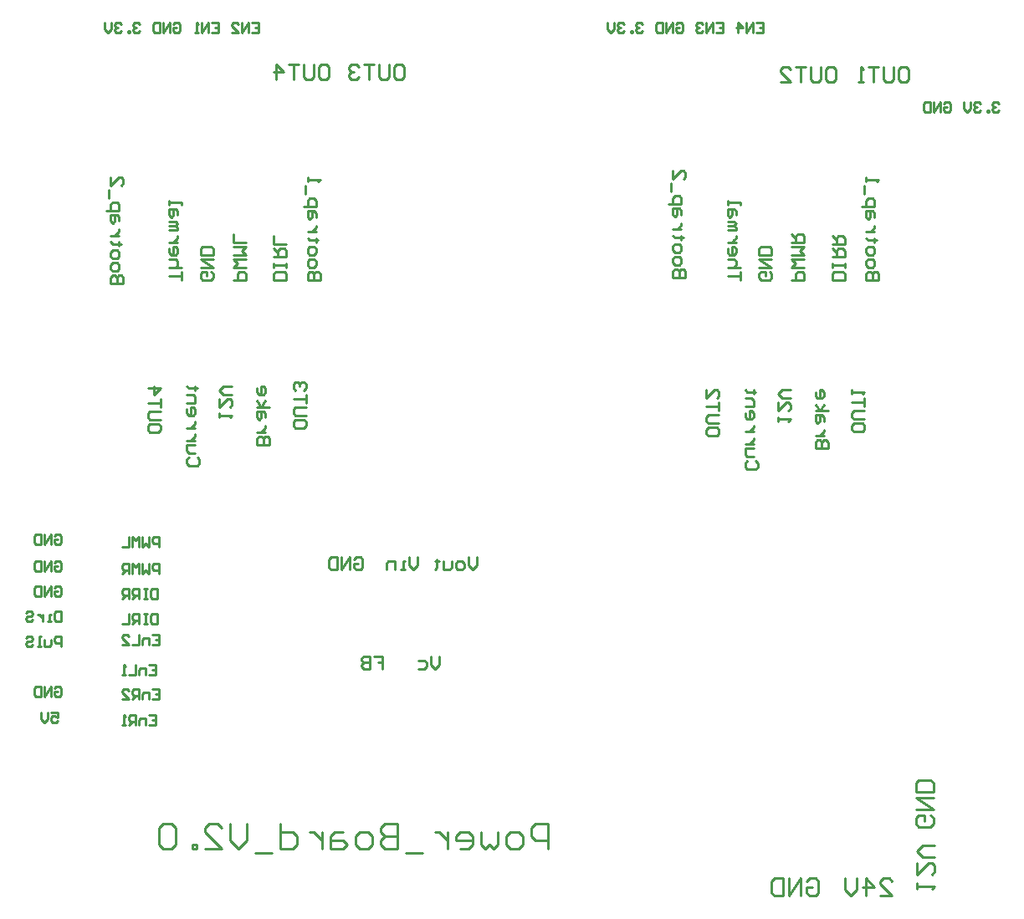
<source format=gbo>
G04*
G04 #@! TF.GenerationSoftware,Altium Limited,Altium Designer,21.3.2 (30)*
G04*
G04 Layer_Color=32896*
%FSTAX44Y44*%
%MOMM*%
G71*
G04*
G04 #@! TF.SameCoordinates,71E4571F-97C7-41C0-9591-7C9436880AE0*
G04*
G04*
G04 #@! TF.FilePolarity,Positive*
G04*
G01*
G75*
%ADD11C,0.2540*%
D11*
X00042754Y0033274D02*
Y00342897D01*
X00037676D01*
X00035983Y00341204D01*
Y00337818D01*
X00037676Y00336126D01*
X00042754D01*
X00032597Y00339511D02*
Y00334433D01*
X00030904Y0033274D01*
X00025826D01*
Y00339511D01*
X00022441Y0033274D02*
X00019055D01*
X00020748D01*
Y00342897D01*
X00022441D01*
X00007205Y00341204D02*
X00008898Y00342897D01*
X00012284D01*
X00013977Y00341204D01*
Y00339511D01*
X00012284Y00337818D01*
X00008898D01*
X00007205Y00336126D01*
Y00334433D01*
X00008898Y0033274D01*
X00012284D01*
X00013977Y00334433D01*
X00035983Y00290404D02*
X00037676Y00292097D01*
X00041061D01*
X00042754Y00290404D01*
Y00283633D01*
X00041061Y0028194D01*
X00037676D01*
X00035983Y00283633D01*
Y00287018D01*
X00039368D01*
X00032597Y0028194D02*
Y00292097D01*
X00025826Y0028194D01*
Y00292097D01*
X00022441D02*
Y0028194D01*
X00017362D01*
X00015669Y00283633D01*
Y00290404D01*
X00017362Y00292097D01*
X00022441D01*
X00042754Y00368297D02*
Y0035814D01*
X00037676D01*
X00035983Y00359833D01*
Y00366604D01*
X00037676Y00368297D01*
X00042754D01*
X00032597Y0035814D02*
X00029212D01*
X00030904D01*
Y00364911D01*
X00032597D01*
X00024133D02*
Y0035814D01*
Y00361526D01*
X00022441Y00363218D01*
X00020748Y00364911D01*
X00019055D01*
X00007205Y00366604D02*
X00008898Y00368297D01*
X00012284D01*
X00013977Y00366604D01*
Y00364911D01*
X00012284Y00363218D01*
X00008898D01*
X00007205Y00361526D01*
Y00359833D01*
X00008898Y0035814D01*
X00012284D01*
X00013977Y00359833D01*
X00035983Y00392004D02*
X00037676Y00393697D01*
X00041061D01*
X00042754Y00392004D01*
Y00385233D01*
X00041061Y0038354D01*
X00037676D01*
X00035983Y00385233D01*
Y00388618D01*
X00039368D01*
X00032597Y0038354D02*
Y00393697D01*
X00025826Y0038354D01*
Y00393697D01*
X00022441D02*
Y0038354D01*
X00017362D01*
X00015669Y00385233D01*
Y00392004D01*
X00017362Y00393697D01*
X00022441D01*
X00032599Y00265427D02*
X0003937D01*
Y00260348D01*
X00035984Y00262041D01*
X00034292D01*
X00032599Y00260348D01*
Y00256963D01*
X00034292Y0025527D01*
X00037677D01*
X0003937Y00256963D01*
X00029213Y00265427D02*
Y00258656D01*
X00025828Y0025527D01*
X00022442Y00258656D01*
Y00265427D01*
X00035983Y00417404D02*
X00037676Y00419097D01*
X00041061D01*
X00042754Y00417404D01*
Y00410633D01*
X00041061Y0040894D01*
X00037676D01*
X00035983Y00410633D01*
Y00414018D01*
X00039368D01*
X00032597Y0040894D02*
Y00419097D01*
X00025826Y0040894D01*
Y00419097D01*
X00022441D02*
Y0040894D01*
X00017362D01*
X00015669Y00410633D01*
Y00417404D01*
X00017362Y00419097D01*
X00022441D01*
X00035983Y00444074D02*
X00037676Y00445767D01*
X00041061D01*
X00042754Y00444074D01*
Y00437303D01*
X00041061Y0043561D01*
X00037676D01*
X00035983Y00437303D01*
Y00440688D01*
X00039368D01*
X00032597Y0043561D02*
Y00445767D01*
X00025826Y0043561D01*
Y00445767D01*
X00022441D02*
Y0043561D01*
X00017362D01*
X00015669Y00437303D01*
Y00444074D01*
X00017362Y00445767D01*
X00022441D01*
X0014224Y0043307D02*
Y00443227D01*
X00137162D01*
X00135469Y00441534D01*
Y00438148D01*
X00137162Y00436456D01*
X0014224D01*
X00132083Y00443227D02*
Y0043307D01*
X00128698Y00436456D01*
X00125312Y0043307D01*
Y00443227D01*
X00121927Y0043307D02*
Y00443227D01*
X00118541Y00439841D01*
X00115155Y00443227D01*
Y0043307D01*
X0011177Y00443227D02*
Y0043307D01*
X00104999D01*
X0014224Y004064D02*
Y00416557D01*
X00137162D01*
X00135469Y00414864D01*
Y00411478D01*
X00137162Y00409786D01*
X0014224D01*
X00132083Y00416557D02*
Y004064D01*
X00128698Y00409786D01*
X00125312Y004064D01*
Y00416557D01*
X00121927Y004064D02*
Y00416557D01*
X00118541Y00413171D01*
X00115155Y00416557D01*
Y004064D01*
X0011177D02*
Y00416557D01*
X00106692D01*
X00104999Y00414864D01*
Y00411478D01*
X00106692Y00409786D01*
X0011177D01*
X00108384D02*
X00104999Y004064D01*
X00140547Y00391157D02*
Y00381D01*
X00135469D01*
X00133776Y00382693D01*
Y00389464D01*
X00135469Y00391157D01*
X00140547D01*
X00130391D02*
X00127005D01*
X00128698D01*
Y00381D01*
X00130391D01*
X00127005D01*
X00121927D02*
Y00391157D01*
X00116848D01*
X00115155Y00389464D01*
Y00386078D01*
X00116848Y00384386D01*
X00121927D01*
X00118541D02*
X00115155Y00381D01*
X0011177D02*
Y00391157D01*
X00106692D01*
X00104999Y00389464D01*
Y00386078D01*
X00106692Y00384386D01*
X0011177D01*
X00108384D02*
X00104999Y00381D01*
X00140547Y00365757D02*
Y003556D01*
X00135469D01*
X00133776Y00357293D01*
Y00364064D01*
X00135469Y00365757D01*
X00140547D01*
X00130391D02*
X00127005D01*
X00128698D01*
Y003556D01*
X00130391D01*
X00127005D01*
X00121927D02*
Y00365757D01*
X00116848D01*
X00115155Y00364064D01*
Y00360678D01*
X00116848Y00358986D01*
X00121927D01*
X00118541D02*
X00115155Y003556D01*
X0011177Y00365757D02*
Y003556D01*
X00104999D01*
X00135469Y00289557D02*
X0014224D01*
Y002794D01*
X00135469D01*
X0014224Y00284478D02*
X00138854D01*
X00132083Y002794D02*
Y00286171D01*
X00127005D01*
X00125312Y00284478D01*
Y002794D01*
X00121927D02*
Y00289557D01*
X00116848D01*
X00115155Y00287864D01*
Y00284478D01*
X00116848Y00282786D01*
X00121927D01*
X00118541D02*
X00115155Y002794D01*
X00104999D02*
X0011177D01*
X00104999Y00286171D01*
Y00287864D01*
X00106692Y00289557D01*
X00110077D01*
X0011177Y00287864D01*
X00132083Y00262887D02*
X00138854D01*
Y0025273D01*
X00132083D01*
X00138854Y00257808D02*
X00135469D01*
X00128698Y0025273D02*
Y00259501D01*
X00123619D01*
X00121927Y00257808D01*
Y0025273D01*
X00118541D02*
Y00262887D01*
X00113463D01*
X0011177Y00261194D01*
Y00257808D01*
X00113463Y00256116D01*
X00118541D01*
X00115155D02*
X0011177Y0025273D01*
X00108384D02*
X00104999D01*
X00106692D01*
Y00262887D01*
X00108384Y00261194D01*
X00135469Y00344167D02*
X0014224D01*
Y0033401D01*
X00135469D01*
X0014224Y00339088D02*
X00138854D01*
X00132083Y0033401D02*
Y00340781D01*
X00127005D01*
X00125312Y00339088D01*
Y0033401D01*
X00121927Y00344167D02*
Y0033401D01*
X00115155D01*
X00104999D02*
X0011177D01*
X00104999Y00340781D01*
Y00342474D01*
X00106692Y00344167D01*
X00110077D01*
X0011177Y00342474D01*
X00132083Y00313687D02*
X00138854D01*
Y0030353D01*
X00132083D01*
X00138854Y00308608D02*
X00135469D01*
X00128698Y0030353D02*
Y00310301D01*
X00123619D01*
X00121927Y00308608D01*
Y0030353D01*
X00118541Y00313687D02*
Y0030353D01*
X0011177D01*
X00108384D02*
X00104999D01*
X00106692D01*
Y00313687D01*
X00108384Y00311994D01*
X0053594Y00127422D02*
Y00152814D01*
X00523244D01*
X00519012Y00148582D01*
Y00140118D01*
X00523244Y00135886D01*
X0053594D01*
X00506316Y00127422D02*
X00497852D01*
X0049362Y00131654D01*
Y00140118D01*
X00497852Y0014435D01*
X00506316D01*
X00510548Y00140118D01*
Y00131654D01*
X00506316Y00127422D01*
X00485156Y0014435D02*
Y00131654D01*
X00480924Y00127422D01*
X00476693Y00131654D01*
X00472461Y00127422D01*
X00468229Y00131654D01*
Y0014435D01*
X00447069Y00127422D02*
X00455533D01*
X00459765Y00131654D01*
Y00140118D01*
X00455533Y0014435D01*
X00447069D01*
X00442837Y00140118D01*
Y00135886D01*
X00459765D01*
X00434373Y0014435D02*
Y00127422D01*
Y00135886D01*
X00430141Y00140118D01*
X00425909Y0014435D01*
X00421677D01*
X00408981Y0012319D02*
X00392053D01*
X00383589Y00152814D02*
Y00127422D01*
X00370893D01*
X00366661Y00131654D01*
Y00135886D01*
X00370893Y00140118D01*
X00383589D01*
X00370893D01*
X00366661Y0014435D01*
Y00148582D01*
X00370893Y00152814D01*
X00383589D01*
X00353965Y00127422D02*
X00345502D01*
X0034127Y00131654D01*
Y00140118D01*
X00345502Y0014435D01*
X00353965D01*
X00358197Y00140118D01*
Y00131654D01*
X00353965Y00127422D01*
X00328574Y0014435D02*
X0032011D01*
X00315878Y00140118D01*
Y00127422D01*
X00328574D01*
X00332806Y00131654D01*
X00328574Y00135886D01*
X00315878D01*
X00307414Y0014435D02*
Y00127422D01*
Y00135886D01*
X00303182Y00140118D01*
X0029895Y0014435D01*
X00294718D01*
X00265094Y00152814D02*
Y00127422D01*
X0027779D01*
X00282022Y00131654D01*
Y00140118D01*
X0027779Y0014435D01*
X00265094D01*
X0025663Y0012319D02*
X00239702D01*
X00231238Y00152814D02*
Y00135886D01*
X00222775Y00127422D01*
X00214311Y00135886D01*
Y00152814D01*
X00188919Y00127422D02*
X00205847D01*
X00188919Y0014435D01*
Y00148582D01*
X00193151Y00152814D01*
X00201615D01*
X00205847Y00148582D01*
X00180455Y00127422D02*
Y00131654D01*
X00176223D01*
Y00127422D01*
X00180455D01*
X00159295Y00148582D02*
X00155063Y00152814D01*
X00146599D01*
X00142367Y00148582D01*
Y00131654D01*
X00146599Y00127422D01*
X00155063D01*
X00159295Y00131654D01*
Y00148582D01*
X0099187Y00882224D02*
X00990177Y00883917D01*
X00986792D01*
X00985099Y00882224D01*
Y00880531D01*
X00986792Y00878838D01*
X00988484D01*
X00986792D01*
X00985099Y00877146D01*
Y00875453D01*
X00986792Y0087376D01*
X00990177D01*
X0099187Y00875453D01*
X00981713Y0087376D02*
Y00875453D01*
X00980021D01*
Y0087376D01*
X00981713D01*
X00973249Y00882224D02*
X00971557Y00883917D01*
X00968171D01*
X00966478Y00882224D01*
Y00880531D01*
X00968171Y00878838D01*
X00969864D01*
X00968171D01*
X00966478Y00877146D01*
Y00875453D01*
X00968171Y0087376D01*
X00971557D01*
X00973249Y00875453D01*
X00963093Y00883917D02*
Y00877146D01*
X00959707Y0087376D01*
X00956321Y00877146D01*
Y00883917D01*
X00936008Y00882224D02*
X00937701Y00883917D01*
X00941086D01*
X00942779Y00882224D01*
Y00875453D01*
X00941086Y0087376D01*
X00937701D01*
X00936008Y00875453D01*
Y00878838D01*
X00939394D01*
X00932622Y0087376D02*
Y00883917D01*
X00925851Y0087376D01*
Y00883917D01*
X00922466D02*
Y0087376D01*
X00917387D01*
X00915695Y00875453D01*
Y00882224D01*
X00917387Y00883917D01*
X00922466D01*
X00359836Y00322576D02*
X003683D01*
Y00316228D01*
X00364068D01*
X003683D01*
Y0030988D01*
X00355604Y00322576D02*
Y0030988D01*
X00349256D01*
X0034714Y00311996D01*
Y00314112D01*
X00349256Y00316228D01*
X00355604D01*
X00349256D01*
X0034714Y00318344D01*
Y0032046D01*
X00349256Y00322576D01*
X00355604D01*
X0042545D02*
Y00314112D01*
X00421218Y0030988D01*
X00416986Y00314112D01*
Y00322576D01*
X0040429Y00318344D02*
X00410638D01*
X00412754Y00316228D01*
Y00311996D01*
X00410638Y0030988D01*
X0040429D01*
X0046355Y00422906D02*
Y00414442D01*
X00459318Y0041021D01*
X00455086Y00414442D01*
Y00422906D01*
X00448738Y0041021D02*
X00444506D01*
X0044239Y00412326D01*
Y00416558D01*
X00444506Y00418674D01*
X00448738D01*
X00450854Y00416558D01*
Y00412326D01*
X00448738Y0041021D01*
X00438158Y00418674D02*
Y00412326D01*
X00436042Y0041021D01*
X00429694D01*
Y00418674D01*
X00423346Y0042079D02*
Y00418674D01*
X00425462D01*
X0042123D01*
X00423346D01*
Y00412326D01*
X0042123Y0041021D01*
X0040386Y00422906D02*
Y00414442D01*
X00399628Y0041021D01*
X00395396Y00414442D01*
Y00422906D01*
X00391164Y0041021D02*
X00386932D01*
X00389048D01*
Y00418674D01*
X00391164D01*
X00380584Y0041021D02*
Y00418674D01*
X00374236D01*
X0037212Y00416558D01*
Y0041021D01*
X00339516Y0042079D02*
X00341632Y00422906D01*
X00345864D01*
X0034798Y0042079D01*
Y00412326D01*
X00345864Y0041021D01*
X00341632D01*
X00339516Y00412326D01*
Y00416558D01*
X00343748D01*
X00335284Y0041021D02*
Y00422906D01*
X0032682Y0041021D01*
Y00422906D01*
X00322588D02*
Y0041021D01*
X0031624D01*
X00314124Y00412326D01*
Y0042079D01*
X0031624Y00422906D01*
X00322588D01*
X00797734Y00094822D02*
X00800696Y00097784D01*
X00806621D01*
X00809583Y00094822D01*
Y00082972D01*
X00806621Y0008001D01*
X00800696D01*
X00797734Y00082972D01*
Y00088897D01*
X00803659D01*
X00791809Y0008001D02*
Y00097784D01*
X00779959Y0008001D01*
Y00097784D01*
X00774035D02*
Y0008001D01*
X00765148D01*
X00762185Y00082972D01*
Y00094822D01*
X00765148Y00097784D01*
X00774035D01*
X0087207Y0008001D02*
X0088392D01*
X0087207Y0009186D01*
Y00094822D01*
X00875033Y00097784D01*
X00880958D01*
X0088392Y00094822D01*
X00857259Y0008001D02*
Y00097784D01*
X00866146Y00088897D01*
X00854296D01*
X00848372Y00097784D02*
Y00085935D01*
X00842447Y0008001D01*
X00836522Y00085935D01*
Y00097784D01*
X0090932Y00087037D02*
Y00092962D01*
Y00089999D01*
X00927094D01*
X00924132Y00087037D01*
X0090932Y00113698D02*
Y00101849D01*
X0092117Y00113698D01*
X00924132D01*
X00927094Y00110736D01*
Y00104811D01*
X00924132Y00101849D01*
X00927094Y00119623D02*
X00915245D01*
X0090932Y00125548D01*
X00915245Y00131472D01*
X00927094D01*
X00922862Y00161709D02*
X00925824Y00158747D01*
Y00152822D01*
X00922862Y0014986D01*
X00911012D01*
X0090805Y00152822D01*
Y00158747D01*
X00911012Y00161709D01*
X00916937D01*
Y00155785D01*
X0090805Y00167634D02*
X00925824D01*
X0090805Y00179484D01*
X00925824D01*
Y00185408D02*
X0090805D01*
Y00194296D01*
X00911012Y00197258D01*
X00922862D01*
X00925824Y00194296D01*
Y00185408D01*
X0075988Y00712004D02*
X00761996Y00709888D01*
Y00705656D01*
X0075988Y0070354D01*
X00751416D01*
X007493Y00705656D01*
Y00709888D01*
X00751416Y00712004D01*
X00755648D01*
Y00707772D01*
X007493Y00716236D02*
X00761996D01*
X007493Y007247D01*
X00761996D01*
Y00728932D02*
X007493D01*
Y0073528D01*
X00751416Y00737396D01*
X0075988D01*
X00761996Y0073528D01*
Y00728932D01*
X00708656Y00552014D02*
Y00547782D01*
X0070654Y00545666D01*
X00698076D01*
X0069596Y00547782D01*
Y00552014D01*
X00698076Y0055413D01*
X0070654D01*
X00708656Y00552014D01*
Y00558362D02*
X00698076D01*
X0069596Y00560477D01*
Y0056471D01*
X00698076Y00566825D01*
X00708656D01*
Y00571057D02*
Y00579521D01*
Y00575289D01*
X0069596D01*
Y00592217D02*
Y00583753D01*
X00704424Y00592217D01*
X0070654D01*
X00708656Y00590101D01*
Y00585869D01*
X0070654Y00583753D01*
X0074591Y00520274D02*
X00748026Y00518158D01*
Y00513926D01*
X0074591Y0051181D01*
X00737446D01*
X0073533Y00513926D01*
Y00518158D01*
X00737446Y00520274D01*
X00743794Y00524506D02*
X00737446D01*
X0073533Y00526622D01*
Y0053297D01*
X00743794D01*
Y00537202D02*
X0073533D01*
X00739562D01*
X00741678Y00539318D01*
X00743794Y00541434D01*
Y0054355D01*
Y00549898D02*
X0073533D01*
X00739562D01*
X00741678Y00552014D01*
X00743794Y0055413D01*
Y00556246D01*
X0073533Y00568941D02*
Y0056471D01*
X00737446Y00562593D01*
X00741678D01*
X00743794Y0056471D01*
Y00568941D01*
X00741678Y00571058D01*
X00739562D01*
Y00562593D01*
X0073533Y00575289D02*
X00743794D01*
Y00581637D01*
X00741678Y00583753D01*
X0073533D01*
X0074591Y00590101D02*
X00743794D01*
Y00587985D01*
Y00592217D01*
Y00590101D01*
X00737446D01*
X0073533Y00592217D01*
X0076835Y00560477D02*
Y0056471D01*
Y00562593D01*
X00781046D01*
X0077893Y00560477D01*
X0076835Y00579521D02*
Y00571057D01*
X00776814Y00579521D01*
X0077893D01*
X00781046Y00577405D01*
Y00573173D01*
X0077893Y00571057D01*
X00781046Y00583753D02*
X00772582D01*
X0076835Y00587985D01*
X00772582Y00592217D01*
X00781046D01*
X00819146Y0053297D02*
X0080645D01*
Y00539318D01*
X00808566Y00541434D01*
X00810682D01*
X00812798Y00539318D01*
Y0053297D01*
Y00539318D01*
X00814914Y00541434D01*
X0081703D01*
X00819146Y00539318D01*
Y0053297D01*
X00814914Y00545666D02*
X0080645D01*
X00810682D01*
X00812798Y00547782D01*
X00814914Y00549898D01*
Y00552014D01*
Y00560477D02*
Y0056471D01*
X00812798Y00566825D01*
X0080645D01*
Y00560477D01*
X00808566Y00558362D01*
X00810682Y00560477D01*
Y00566825D01*
X0080645Y00571057D02*
X00819146D01*
X00810682D02*
X00814914Y00577405D01*
X00810682Y00571057D02*
X0080645Y00577405D01*
Y00590101D02*
Y00585869D01*
X00808566Y00583753D01*
X00812798D01*
X00814914Y00585869D01*
Y00590101D01*
X00812798Y00592217D01*
X00810682D01*
Y00583753D01*
X00855976Y00556246D02*
Y00552014D01*
X0085386Y00549898D01*
X00845396D01*
X0084328Y00552014D01*
Y00556246D01*
X00845396Y00558362D01*
X0085386D01*
X00855976Y00556246D01*
Y00562593D02*
X00845396D01*
X0084328Y0056471D01*
Y00568941D01*
X00845396Y00571058D01*
X00855976D01*
Y00575289D02*
Y00583753D01*
Y00579521D01*
X0084328D01*
Y00587985D02*
Y00592217D01*
Y00590101D01*
X00855976D01*
X0085386Y00587985D01*
X00730246Y0070354D02*
Y00712004D01*
Y00707772D01*
X0071755D01*
X00730246Y00716236D02*
X0071755D01*
X00723898D01*
X00726014Y00718352D01*
Y00722584D01*
X00723898Y007247D01*
X0071755D01*
Y0073528D02*
Y00731048D01*
X00719666Y00728932D01*
X00723898D01*
X00726014Y00731048D01*
Y0073528D01*
X00723898Y00737396D01*
X00721782D01*
Y00728932D01*
X00726014Y00741628D02*
X0071755D01*
X00721782D01*
X00723898Y00743744D01*
X00726014Y0074586D01*
Y00747976D01*
X0071755Y00754324D02*
X00726014D01*
Y0075644D01*
X00723898Y00758556D01*
X0071755D01*
X00723898D01*
X00726014Y00760672D01*
X00723898Y00762788D01*
X0071755D01*
X00726014Y00769136D02*
Y00773367D01*
X00723898Y00775483D01*
X0071755D01*
Y00769136D01*
X00719666Y0076702D01*
X00721782Y00769136D01*
Y00775483D01*
X0071755Y00779715D02*
Y00783947D01*
Y00781831D01*
X00730246D01*
Y00779715D01*
X00674788Y0070612D02*
X00662092D01*
Y00712468D01*
X00664208Y00714584D01*
X00666324D01*
X0066844Y00712468D01*
Y0070612D01*
Y00712468D01*
X00670556Y00714584D01*
X00672672D01*
X00674788Y00712468D01*
Y0070612D01*
X00662092Y00720932D02*
Y00725164D01*
X00664208Y0072728D01*
X0066844D01*
X00670556Y00725164D01*
Y00720932D01*
X0066844Y00718816D01*
X00664208D01*
X00662092Y00720932D01*
Y00733628D02*
Y0073786D01*
X00664208Y00739976D01*
X0066844D01*
X00670556Y0073786D01*
Y00733628D01*
X0066844Y00731512D01*
X00664208D01*
X00662092Y00733628D01*
X00672672Y00746324D02*
X00670556D01*
Y00744208D01*
Y0074844D01*
Y00746324D01*
X00664208D01*
X00662092Y0074844D01*
X00670556Y00754788D02*
X00662092D01*
X00666324D01*
X0066844Y00756904D01*
X00670556Y00759019D01*
Y00761135D01*
Y00769599D02*
Y00773831D01*
X0066844Y00775947D01*
X00662092D01*
Y00769599D01*
X00664208Y00767484D01*
X00666324Y00769599D01*
Y00775947D01*
X0065786Y00780179D02*
X00670556D01*
Y00786527D01*
X0066844Y00788643D01*
X00664208D01*
X00662092Y00786527D01*
Y00780179D01*
X00659976Y00792875D02*
Y00801339D01*
X00662092Y00814035D02*
Y00805571D01*
X00670556Y00814035D01*
X00672672D01*
X00674788Y00811919D01*
Y00807687D01*
X00672672Y00805571D01*
X0078232Y0070354D02*
X00795016D01*
Y00709888D01*
X007929Y00712004D01*
X00788668D01*
X00786552Y00709888D01*
Y0070354D01*
X00795016Y00716236D02*
X0078232D01*
X00786552Y00720468D01*
X0078232Y007247D01*
X00795016D01*
X0078232Y00728932D02*
X00795016D01*
X00790784Y00733164D01*
X00795016Y00737396D01*
X0078232D01*
Y00741628D02*
X00795016D01*
Y00747976D01*
X007929Y00750092D01*
X00788668D01*
X00786552Y00747976D01*
Y00741628D01*
Y0074586D02*
X0078232Y00750092D01*
X00836286Y0070354D02*
X0082359D01*
Y00709888D01*
X00825706Y00712004D01*
X0083417D01*
X00836286Y00709888D01*
Y0070354D01*
Y00716236D02*
Y00720468D01*
Y00718352D01*
X0082359D01*
Y00716236D01*
Y00720468D01*
Y00726816D02*
X00836286D01*
Y00733164D01*
X0083417Y0073528D01*
X00829938D01*
X00827822Y00733164D01*
Y00726816D01*
Y00731048D02*
X0082359Y0073528D01*
Y00739512D02*
X00836286D01*
Y0074586D01*
X0083417Y00747976D01*
X00829938D01*
X00827822Y0074586D01*
Y00739512D01*
Y00743744D02*
X0082359Y00747976D01*
X00870368Y0070354D02*
X00857672D01*
Y00709888D01*
X00859788Y00712004D01*
X00861904D01*
X0086402Y00709888D01*
Y0070354D01*
Y00709888D01*
X00866136Y00712004D01*
X00868252D01*
X00870368Y00709888D01*
Y0070354D01*
X00857672Y00718352D02*
Y00722584D01*
X00859788Y007247D01*
X0086402D01*
X00866136Y00722584D01*
Y00718352D01*
X0086402Y00716236D01*
X00859788D01*
X00857672Y00718352D01*
Y00731048D02*
Y0073528D01*
X00859788Y00737396D01*
X0086402D01*
X00866136Y0073528D01*
Y00731048D01*
X0086402Y00728932D01*
X00859788D01*
X00857672Y00731048D01*
X00868252Y00743744D02*
X00866136D01*
Y00741628D01*
Y0074586D01*
Y00743744D01*
X00859788D01*
X00857672Y0074586D01*
X00866136Y00752208D02*
X00857672D01*
X00861904D01*
X0086402Y00754324D01*
X00866136Y0075644D01*
Y00758556D01*
Y0076702D02*
Y00771252D01*
X0086402Y00773367D01*
X00857672D01*
Y0076702D01*
X00859788Y00764903D01*
X00861904Y0076702D01*
Y00773367D01*
X0085344Y00777599D02*
X00866136D01*
Y00783947D01*
X0086402Y00786063D01*
X00859788D01*
X00857672Y00783947D01*
Y00777599D01*
X00855556Y00790295D02*
Y00798759D01*
X00857672Y00802991D02*
Y00807223D01*
Y00805107D01*
X00870368D01*
X00868252Y00802991D01*
X00305218Y0070354D02*
X00292522D01*
Y00709888D01*
X00294638Y00712004D01*
X00296754D01*
X0029887Y00709888D01*
Y0070354D01*
Y00709888D01*
X00300986Y00712004D01*
X00303102D01*
X00305218Y00709888D01*
Y0070354D01*
X00292522Y00718352D02*
Y00722584D01*
X00294638Y007247D01*
X0029887D01*
X00300986Y00722584D01*
Y00718352D01*
X0029887Y00716236D01*
X00294638D01*
X00292522Y00718352D01*
Y00731048D02*
Y0073528D01*
X00294638Y00737396D01*
X0029887D01*
X00300986Y0073528D01*
Y00731048D01*
X0029887Y00728932D01*
X00294638D01*
X00292522Y00731048D01*
X00303102Y00743744D02*
X00300986D01*
Y00741628D01*
Y0074586D01*
Y00743744D01*
X00294638D01*
X00292522Y0074586D01*
X00300986Y00752208D02*
X00292522D01*
X00296754D01*
X0029887Y00754324D01*
X00300986Y0075644D01*
Y00758556D01*
Y0076702D02*
Y00771252D01*
X0029887Y00773367D01*
X00292522D01*
Y0076702D01*
X00294638Y00764903D01*
X00296754Y0076702D01*
Y00773367D01*
X0028829Y00777599D02*
X00300986D01*
Y00783947D01*
X0029887Y00786063D01*
X00294638D01*
X00292522Y00783947D01*
Y00777599D01*
X00290406Y00790295D02*
Y00798759D01*
X00292522Y00802991D02*
Y00807223D01*
Y00805107D01*
X00305218D01*
X00303102Y00802991D01*
X00271136Y0070354D02*
X0025844D01*
Y00709888D01*
X00260556Y00712004D01*
X0026902D01*
X00271136Y00709888D01*
Y0070354D01*
Y00716236D02*
Y00720468D01*
Y00718352D01*
X0025844D01*
Y00716236D01*
Y00720468D01*
Y00726816D02*
X00271136D01*
Y00733164D01*
X0026902Y0073528D01*
X00264788D01*
X00262672Y00733164D01*
Y00726816D01*
Y00731048D02*
X0025844Y0073528D01*
X00271136Y00739512D02*
X0025844D01*
Y00747976D01*
X0021717Y0070354D02*
X00229866D01*
Y00709888D01*
X0022775Y00712004D01*
X00223518D01*
X00221402Y00709888D01*
Y0070354D01*
X00229866Y00716236D02*
X0021717D01*
X00221402Y00720468D01*
X0021717Y007247D01*
X00229866D01*
X0021717Y00728932D02*
X00229866D01*
X00225634Y00733164D01*
X00229866Y00737396D01*
X0021717D01*
X00229866Y00741628D02*
X0021717D01*
Y00750092D01*
X00105828Y0069977D02*
X00093132D01*
Y00706118D01*
X00095248Y00708234D01*
X00097364D01*
X0009948Y00706118D01*
Y0069977D01*
Y00706118D01*
X00101596Y00708234D01*
X00103712D01*
X00105828Y00706118D01*
Y0069977D01*
X00093132Y00714582D02*
Y00718814D01*
X00095248Y0072093D01*
X0009948D01*
X00101596Y00718814D01*
Y00714582D01*
X0009948Y00712466D01*
X00095248D01*
X00093132Y00714582D01*
Y00727278D02*
Y0073151D01*
X00095248Y00733626D01*
X0009948D01*
X00101596Y0073151D01*
Y00727278D01*
X0009948Y00725162D01*
X00095248D01*
X00093132Y00727278D01*
X00103712Y00739974D02*
X00101596D01*
Y00737858D01*
Y0074209D01*
Y00739974D01*
X00095248D01*
X00093132Y0074209D01*
X00101596Y00748438D02*
X00093132D01*
X00097364D01*
X0009948Y00750554D01*
X00101596Y0075267D01*
Y00754786D01*
Y00763249D02*
Y00767481D01*
X0009948Y00769597D01*
X00093132D01*
Y00763249D01*
X00095248Y00761133D01*
X00097364Y00763249D01*
Y00769597D01*
X000889Y00773829D02*
X00101596D01*
Y00780177D01*
X0009948Y00782293D01*
X00095248D01*
X00093132Y00780177D01*
Y00773829D01*
X00091016Y00786525D02*
Y00794989D01*
X00093132Y00807685D02*
Y00799221D01*
X00101596Y00807685D01*
X00103712D01*
X00105828Y00805569D01*
Y00801337D01*
X00103712Y00799221D01*
X00165096Y0070354D02*
Y00712004D01*
Y00707772D01*
X001524D01*
X00165096Y00716236D02*
X001524D01*
X00158748D01*
X00160864Y00718352D01*
Y00722584D01*
X00158748Y007247D01*
X001524D01*
Y0073528D02*
Y00731048D01*
X00154516Y00728932D01*
X00158748D01*
X00160864Y00731048D01*
Y0073528D01*
X00158748Y00737396D01*
X00156632D01*
Y00728932D01*
X00160864Y00741628D02*
X001524D01*
X00156632D01*
X00158748Y00743744D01*
X00160864Y0074586D01*
Y00747976D01*
X001524Y00754324D02*
X00160864D01*
Y0075644D01*
X00158748Y00758556D01*
X001524D01*
X00158748D01*
X00160864Y00760672D01*
X00158748Y00762788D01*
X001524D01*
X00160864Y00769136D02*
Y00773367D01*
X00158748Y00775483D01*
X001524D01*
Y00769136D01*
X00154516Y0076702D01*
X00156632Y00769136D01*
Y00775483D01*
X001524Y00779715D02*
Y00783947D01*
Y00781831D01*
X00165096D01*
Y00779715D01*
X00290826Y00560056D02*
Y00555824D01*
X0028871Y00553708D01*
X00280246D01*
X0027813Y00555824D01*
Y00560056D01*
X00280246Y00562172D01*
X0028871D01*
X00290826Y00560056D01*
Y00566404D02*
X00280246D01*
X0027813Y0056852D01*
Y00572752D01*
X00280246Y00574868D01*
X00290826D01*
Y00579099D02*
Y00587563D01*
Y00583331D01*
X0027813D01*
X0028871Y00591795D02*
X00290826Y00593911D01*
Y00598143D01*
X0028871Y00600259D01*
X00286594D01*
X00284478Y00598143D01*
Y00596027D01*
Y00598143D01*
X00282362Y00600259D01*
X00280246D01*
X0027813Y00598143D01*
Y00593911D01*
X00280246Y00591795D01*
X00253996Y0053678D02*
X002413D01*
Y00543128D01*
X00243416Y00545244D01*
X00245532D01*
X00247648Y00543128D01*
Y0053678D01*
Y00543128D01*
X00249764Y00545244D01*
X0025188D01*
X00253996Y00543128D01*
Y0053678D01*
X00249764Y00549476D02*
X002413D01*
X00245532D01*
X00247648Y00551592D01*
X00249764Y00553708D01*
Y00555824D01*
Y00564287D02*
Y0056852D01*
X00247648Y00570635D01*
X002413D01*
Y00564287D01*
X00243416Y00562172D01*
X00245532Y00564287D01*
Y00570635D01*
X002413Y00574867D02*
X00253996D01*
X00245532D02*
X00249764Y00581215D01*
X00245532Y00574867D02*
X002413Y00581215D01*
Y00593911D02*
Y00589679D01*
X00243416Y00587563D01*
X00247648D01*
X00249764Y00589679D01*
Y00593911D01*
X00247648Y00596027D01*
X00245532D01*
Y00587563D01*
X002032Y00564287D02*
Y0056852D01*
Y00566404D01*
X00215896D01*
X0021378Y00564287D01*
X002032Y00583331D02*
Y00574867D01*
X00211664Y00583331D01*
X0021378D01*
X00215896Y00581215D01*
Y00576983D01*
X0021378Y00574867D01*
X00215896Y00587563D02*
X00207432D01*
X002032Y00591795D01*
X00207432Y00596027D01*
X00215896D01*
X0018076Y00524084D02*
X00182876Y00521968D01*
Y00517736D01*
X0018076Y0051562D01*
X00172296D01*
X0017018Y00517736D01*
Y00521968D01*
X00172296Y00524084D01*
X00178644Y00528316D02*
X00172296D01*
X0017018Y00530432D01*
Y0053678D01*
X00178644D01*
Y00541012D02*
X0017018D01*
X00174412D01*
X00176528Y00543128D01*
X00178644Y00545244D01*
Y0054736D01*
Y00553708D02*
X0017018D01*
X00174412D01*
X00176528Y00555824D01*
X00178644Y0055794D01*
Y00560056D01*
X0017018Y00572752D02*
Y0056852D01*
X00172296Y00566404D01*
X00176528D01*
X00178644Y0056852D01*
Y00572752D01*
X00176528Y00574868D01*
X00174412D01*
Y00566404D01*
X0017018Y00579099D02*
X00178644D01*
Y00585447D01*
X00176528Y00587563D01*
X0017018D01*
X0018076Y00593911D02*
X00178644D01*
Y00591795D01*
Y00596027D01*
Y00593911D01*
X00172296D01*
X0017018Y00596027D01*
X00143506Y00555824D02*
Y00551592D01*
X0014139Y00549476D01*
X00132926D01*
X0013081Y00551592D01*
Y00555824D01*
X00132926Y0055794D01*
X0014139D01*
X00143506Y00555824D01*
Y00562172D02*
X00132926D01*
X0013081Y00564287D01*
Y0056852D01*
X00132926Y00570635D01*
X00143506D01*
Y00574867D02*
Y00583331D01*
Y00579099D01*
X0013081D01*
Y00593911D02*
X00143506D01*
X00137158Y00587563D01*
Y00596027D01*
X0019473Y00712004D02*
X00196846Y00709888D01*
Y00705656D01*
X0019473Y0070354D01*
X00186266D01*
X0018415Y00705656D01*
Y00709888D01*
X00186266Y00712004D01*
X00190498D01*
Y00707772D01*
X0018415Y00716236D02*
X00196846D01*
X0018415Y007247D01*
X00196846D01*
Y00728932D02*
X0018415D01*
Y0073528D01*
X00186266Y00737396D01*
X0019473D01*
X00196846Y0073528D01*
Y00728932D01*
X00746339Y00963927D02*
X0075311D01*
Y0095377D01*
X00746339D01*
X0075311Y00958848D02*
X00749724D01*
X00742953Y0095377D02*
Y00963927D01*
X00736182Y0095377D01*
Y00963927D01*
X00727718Y0095377D02*
Y00963927D01*
X00732797Y00958848D01*
X00726025D01*
X00705712Y00963927D02*
X00712483D01*
Y0095377D01*
X00705712D01*
X00712483Y00958848D02*
X00709098D01*
X00702326Y0095377D02*
Y00963927D01*
X00695555Y0095377D01*
Y00963927D01*
X0069217Y00962234D02*
X00690477Y00963927D01*
X00687091D01*
X00685398Y00962234D01*
Y00960541D01*
X00687091Y00958848D01*
X00688784D01*
X00687091D01*
X00685398Y00957156D01*
Y00955463D01*
X00687091Y0095377D01*
X00690477D01*
X0069217Y00955463D01*
X00665085Y00962234D02*
X00666778Y00963927D01*
X00670163D01*
X00671856Y00962234D01*
Y00955463D01*
X00670163Y0095377D01*
X00666778D01*
X00665085Y00955463D01*
Y00958848D01*
X00668471D01*
X006617Y0095377D02*
Y00963927D01*
X00654928Y0095377D01*
Y00963927D01*
X00651543D02*
Y0095377D01*
X00646464D01*
X00644772Y00955463D01*
Y00962234D01*
X00646464Y00963927D01*
X00651543D01*
X00631229Y00962234D02*
X00629537Y00963927D01*
X00626151D01*
X00624458Y00962234D01*
Y00960541D01*
X00626151Y00958848D01*
X00627844D01*
X00626151D01*
X00624458Y00957156D01*
Y00955463D01*
X00626151Y0095377D01*
X00629537D01*
X00631229Y00955463D01*
X00621073Y0095377D02*
Y00955463D01*
X0061938D01*
Y0095377D01*
X00621073D01*
X00612609Y00962234D02*
X00610916Y00963927D01*
X0060753D01*
X00605838Y00962234D01*
Y00960541D01*
X0060753Y00958848D01*
X00609223D01*
X0060753D01*
X00605838Y00957156D01*
Y00955463D01*
X0060753Y0095377D01*
X00610916D01*
X00612609Y00955463D01*
X00602452Y00963927D02*
Y00957156D01*
X00599066Y0095377D01*
X00595681Y00957156D01*
Y00963927D01*
X00235799D02*
X0024257D01*
Y0095377D01*
X00235799D01*
X0024257Y00958848D02*
X00239184D01*
X00232413Y0095377D02*
Y00963927D01*
X00225642Y0095377D01*
Y00963927D01*
X00215485Y0095377D02*
X00222257D01*
X00215485Y00960541D01*
Y00962234D01*
X00217178Y00963927D01*
X00220564D01*
X00222257Y00962234D01*
X00195172Y00963927D02*
X00201943D01*
Y0095377D01*
X00195172D01*
X00201943Y00958848D02*
X00198557D01*
X00191786Y0095377D02*
Y00963927D01*
X00185015Y0095377D01*
Y00963927D01*
X0018163Y0095377D02*
X00178244D01*
X00179937D01*
Y00963927D01*
X0018163Y00962234D01*
X00156238D02*
X00157931Y00963927D01*
X00161316D01*
X00163009Y00962234D01*
Y00955463D01*
X00161316Y0095377D01*
X00157931D01*
X00156238Y00955463D01*
Y00958848D01*
X00159623D01*
X00152852Y0095377D02*
Y00963927D01*
X00146081Y0095377D01*
Y00963927D01*
X00142696D02*
Y0095377D01*
X00137617D01*
X00135924Y00955463D01*
Y00962234D01*
X00137617Y00963927D01*
X00142696D01*
X00122382Y00962234D02*
X00120689Y00963927D01*
X00117304D01*
X00115611Y00962234D01*
Y00960541D01*
X00117304Y00958848D01*
X00118996D01*
X00117304D01*
X00115611Y00957156D01*
Y00955463D01*
X00117304Y0095377D01*
X00120689D01*
X00122382Y00955463D01*
X00112225Y0095377D02*
Y00955463D01*
X00110533D01*
Y0095377D01*
X00112225D01*
X00103761Y00962234D02*
X00102069Y00963927D01*
X00098683D01*
X0009699Y00962234D01*
Y00960541D01*
X00098683Y00958848D01*
X00100376D01*
X00098683D01*
X0009699Y00957156D01*
Y00955463D01*
X00098683Y0095377D01*
X00102069D01*
X00103761Y00955463D01*
X00093605Y00963927D02*
Y00957156D01*
X00090219Y0095377D01*
X00086834Y00957156D01*
Y00963927D01*
X00892812Y00919475D02*
X00897891D01*
X0090043Y00916936D01*
Y00906779D01*
X00897891Y0090424D01*
X00892812D01*
X00890273Y00906779D01*
Y00916936D01*
X00892812Y00919475D01*
X00885195D02*
Y00906779D01*
X00882656Y0090424D01*
X00877577D01*
X00875038Y00906779D01*
Y00919475D01*
X0086996D02*
X00859803D01*
X00864882D01*
Y0090424D01*
X00854725D02*
X00849646D01*
X00852186D01*
Y00919475D01*
X00854725Y00916936D01*
X00819176Y00919475D02*
X00824255D01*
X00826794Y00916936D01*
Y00906779D01*
X00824255Y0090424D01*
X00819176D01*
X00816637Y00906779D01*
Y00916936D01*
X00819176Y00919475D01*
X00811559D02*
Y00906779D01*
X0080902Y0090424D01*
X00803941D01*
X00801402Y00906779D01*
Y00919475D01*
X00796324D02*
X00786167D01*
X00791245D01*
Y0090424D01*
X00770932D02*
X00781089D01*
X00770932Y00914397D01*
Y00916936D01*
X00773471Y00919475D01*
X00778549D01*
X00781089Y00916936D01*
X00382272Y00922015D02*
X00387351D01*
X0038989Y00919476D01*
Y00909319D01*
X00387351Y0090678D01*
X00382272D01*
X00379733Y00909319D01*
Y00919476D01*
X00382272Y00922015D01*
X00374655D02*
Y00909319D01*
X00372116Y0090678D01*
X00367037D01*
X00364498Y00909319D01*
Y00922015D01*
X0035942D02*
X00349263D01*
X00354342D01*
Y0090678D01*
X00344185Y00919476D02*
X00341646Y00922015D01*
X00336567D01*
X00334028Y00919476D01*
Y00916937D01*
X00336567Y00914398D01*
X00339106D01*
X00336567D01*
X00334028Y00911858D01*
Y00909319D01*
X00336567Y0090678D01*
X00341646D01*
X00344185Y00909319D01*
X00306097Y00922015D02*
X00311175D01*
X00313715Y00919476D01*
Y00909319D01*
X00311175Y0090678D01*
X00306097D01*
X00303558Y00909319D01*
Y00919476D01*
X00306097Y00922015D01*
X0029848D02*
Y00909319D01*
X0029594Y0090678D01*
X00290862D01*
X00288323Y00909319D01*
Y00922015D01*
X00283244D02*
X00273088D01*
X00278166D01*
Y0090678D01*
X00260392D02*
Y00922015D01*
X00268009Y00914398D01*
X00257853D01*
M02*

</source>
